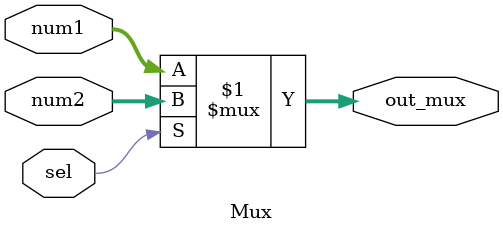
<source format=v>
`timescale 1ns / 1ps
module Mux #(
        parameter WIDTH = 32
        ) 
        (input[WIDTH-1:0] num1, num2, input sel, output[WIDTH-1:0] out_mux);
	assign out_mux = sel ? num2 : num1;
endmodule

</source>
